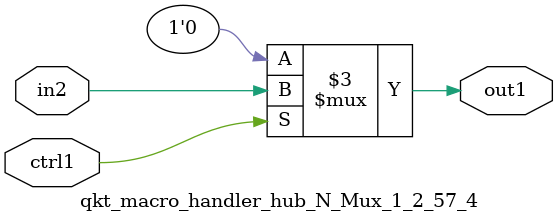
<source format=v>

`timescale 1ps / 1ps


module qkt_macro_handler_hub_N_Mux_1_2_57_4( in2, ctrl1, out1 );

    input in2;
    input ctrl1;
    output out1;
    reg out1;

    
    // rtl_process:qkt_macro_handler_hub_N_Mux_1_2_57_4/qkt_macro_handler_hub_N_Mux_1_2_57_4_thread_1
    always @*
      begin : qkt_macro_handler_hub_N_Mux_1_2_57_4_thread_1
        case (ctrl1) 
          1'b1: 
            begin
              out1 = in2;
            end
          default: 
            begin
              out1 = 1'b0;
            end
        endcase
      end

endmodule



</source>
